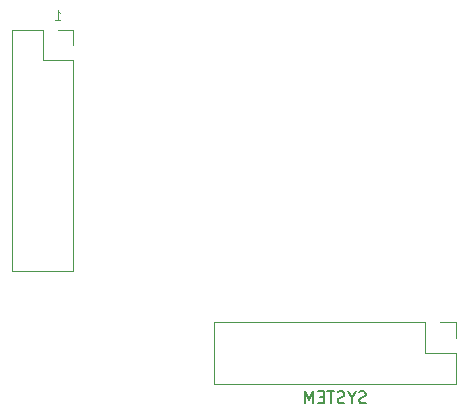
<source format=gbo>
G04 #@! TF.FileFunction,Legend,Bot*
%FSLAX46Y46*%
G04 Gerber Fmt 4.6, Leading zero omitted, Abs format (unit mm)*
G04 Created by KiCad (PCBNEW 4.0.7) date 01/27/20 23:17:01*
%MOMM*%
%LPD*%
G01*
G04 APERTURE LIST*
%ADD10C,0.100000*%
%ADD11C,0.120000*%
%ADD12C,0.150000*%
G04 APERTURE END LIST*
D10*
X105816428Y-100691905D02*
X106273571Y-100691905D01*
X106045000Y-100691905D02*
X106045000Y-99891905D01*
X106121190Y-100006190D01*
X106197381Y-100082381D01*
X106273571Y-100120476D01*
D11*
X107375000Y-121980000D02*
X102175000Y-121980000D01*
X107375000Y-104140000D02*
X107375000Y-121980000D01*
X102175000Y-101540000D02*
X102175000Y-121980000D01*
X107375000Y-104140000D02*
X104775000Y-104140000D01*
X104775000Y-104140000D02*
X104775000Y-101540000D01*
X104775000Y-101540000D02*
X102175000Y-101540000D01*
X107375000Y-102870000D02*
X107375000Y-101540000D01*
X107375000Y-101540000D02*
X106045000Y-101540000D01*
X119320000Y-126305000D02*
X119320000Y-131505000D01*
X137160000Y-126305000D02*
X119320000Y-126305000D01*
X139760000Y-131505000D02*
X119320000Y-131505000D01*
X137160000Y-126305000D02*
X137160000Y-128905000D01*
X137160000Y-128905000D02*
X139760000Y-128905000D01*
X139760000Y-128905000D02*
X139760000Y-131505000D01*
X138430000Y-126305000D02*
X139760000Y-126305000D01*
X139760000Y-126305000D02*
X139760000Y-127635000D01*
D12*
X132135238Y-133119762D02*
X131992381Y-133167381D01*
X131754285Y-133167381D01*
X131659047Y-133119762D01*
X131611428Y-133072143D01*
X131563809Y-132976905D01*
X131563809Y-132881667D01*
X131611428Y-132786429D01*
X131659047Y-132738810D01*
X131754285Y-132691190D01*
X131944762Y-132643571D01*
X132040000Y-132595952D01*
X132087619Y-132548333D01*
X132135238Y-132453095D01*
X132135238Y-132357857D01*
X132087619Y-132262619D01*
X132040000Y-132215000D01*
X131944762Y-132167381D01*
X131706666Y-132167381D01*
X131563809Y-132215000D01*
X130944762Y-132691190D02*
X130944762Y-133167381D01*
X131278095Y-132167381D02*
X130944762Y-132691190D01*
X130611428Y-132167381D01*
X130325714Y-133119762D02*
X130182857Y-133167381D01*
X129944761Y-133167381D01*
X129849523Y-133119762D01*
X129801904Y-133072143D01*
X129754285Y-132976905D01*
X129754285Y-132881667D01*
X129801904Y-132786429D01*
X129849523Y-132738810D01*
X129944761Y-132691190D01*
X130135238Y-132643571D01*
X130230476Y-132595952D01*
X130278095Y-132548333D01*
X130325714Y-132453095D01*
X130325714Y-132357857D01*
X130278095Y-132262619D01*
X130230476Y-132215000D01*
X130135238Y-132167381D01*
X129897142Y-132167381D01*
X129754285Y-132215000D01*
X129468571Y-132167381D02*
X128897142Y-132167381D01*
X129182857Y-133167381D02*
X129182857Y-132167381D01*
X128563809Y-132643571D02*
X128230475Y-132643571D01*
X128087618Y-133167381D02*
X128563809Y-133167381D01*
X128563809Y-132167381D01*
X128087618Y-132167381D01*
X127659047Y-133167381D02*
X127659047Y-132167381D01*
X127325713Y-132881667D01*
X126992380Y-132167381D01*
X126992380Y-133167381D01*
M02*

</source>
